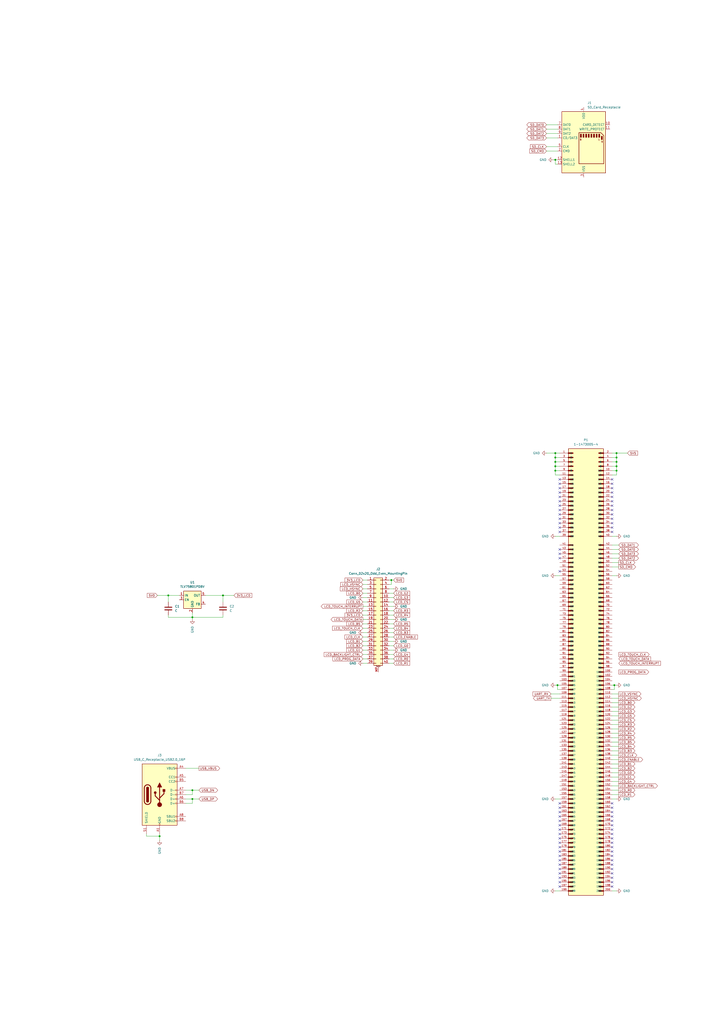
<source format=kicad_sch>
(kicad_sch (version 20250114) (generator "eeschema") (generator_version "9.0")
  (paper "A2" portrait)
  (lib_symbols
    (symbol "Connector:SD_Card_Receptacle"
      (property "Reference" "J" (at -11.938 19.304 0))
      (property "Value" "SD_Card_Receptacle" (at 10.922 -19.558 0))
      (symbol "SD_Card_Receptacle_1_1"
        (text "8" (at -1.778 1.524 0) (effects (font (size 0.9 0.9))))
        (text "1" (at 8.89 1.524 0) (effects (font (size 0.9 0.9))))
        (text "9" (at 10.668 0.254 0) (effects (font (size 0.9 0.9))))
        (pin bidirectional line (at -15.24 10.16 0) (length 2.54) (name "DAT0") (number "7"))
        (pin bidirectional line (at -15.24 7.62 0) (length 2.54) (name "DAT1") (number "8"))
        (pin bidirectional line (at -15.24 5.08 0) (length 2.54) (name "DAT2") (number "9"))
        (pin bidirectional line (at -15.24 2.54 0) (length 2.54) (name "CD/DAT3") (number "1"))
        (pin input line (at -15.24 -2.54 0) (length 2.54) (name "CLK") (number "5"))
        (pin bidirectional line (at -15.24 -5.08 0) (length 2.54) (name "CMD") (number "2"))
        (pin passive line (at -15.24 -10.16 0) (length 2.54) (name "SHELL1") (number "12"))
        (pin passive line (at -15.24 -12.7 0) (length 2.54) (name "SHELL2") (number "13"))
        (pin power_in line (at 0 20.32 270) (length 2.54) (name "VDD") (number "4"))
        (pin power_in line (at 0 -20.32 90) (length 2.54) (name "VSS") (number "3"))
        (pin passive line (at 0 -20.32 90) (length 2.54) (hide yes) (name "VSS") (number "6"))
        (pin output line (at 15.24 10.16 180) (length 2.54) (name "CARD_DETECT") (number "10"))
        (pin output line (at 15.24 7.62 180) (length 2.54) (name "WRITE_PROTECT") (number "11"))
      )
    )
    (symbol "Connector:USB_C_Receptacle_USB2.0_16P" (pin_names (offset 1.016))
      (property "Reference" "J" (at 0 22.225 0))
      (property "Value" "USB_C_Receptacle_USB2.0_16P" (at 0 19.685 0))
      (symbol "USB_C_Receptacle_USB2.0_16P_1_1"
        (pin passive line (at -7.62 -22.86 90) (length 5.08) (name "SHIELD") (number "S1"))
        (pin passive line (at 0 -22.86 90) (length 5.08) (name "GND") (number "A1"))
        (pin passive line (at 0 -22.86 90) (length 5.08) (hide yes) (name "GND") (number "A12"))
        (pin passive line (at 0 -22.86 90) (length 5.08) (hide yes) (name "GND") (number "B1"))
        (pin passive line (at 0 -22.86 90) (length 5.08) (hide yes) (name "GND") (number "B12"))
        (pin passive line (at 15.24 15.24 180) (length 5.08) (name "VBUS") (number "A4"))
        (pin passive line (at 15.24 15.24 180) (length 5.08) (hide yes) (name "VBUS") (number "A9"))
        (pin passive line (at 15.24 15.24 180) (length 5.08) (hide yes) (name "VBUS") (number "B4"))
        (pin passive line (at 15.24 15.24 180) (length 5.08) (hide yes) (name "VBUS") (number "B9"))
        (pin bidirectional line (at 15.24 10.16 180) (length 5.08) (name "CC1") (number "A5"))
        (pin bidirectional line (at 15.24 7.62 180) (length 5.08) (name "CC2") (number "B5"))
        (pin bidirectional line (at 15.24 2.54 180) (length 5.08) (name "D-") (number "A7"))
        (pin bidirectional line (at 15.24 0 180) (length 5.08) (name "D-") (number "B7"))
        (pin bidirectional line (at 15.24 -2.54 180) (length 5.08) (name "D+") (number "A6"))
        (pin bidirectional line (at 15.24 -5.08 180) (length 5.08) (name "D+") (number "B6"))
        (pin bidirectional line (at 15.24 -12.7 180) (length 5.08) (name "SBU1") (number "A8"))
        (pin bidirectional line (at 15.24 -15.24 180) (length 5.08) (name "SBU2") (number "B8"))
      )
    )
    (symbol "Connector_Generic_MountingPin:Conn_02x20_Odd_Even_MountingPin" (pin_names (offset 1.016) (hide yes))
      (property "Reference" "J" (at 1.27 25.4 0))
      (property "Value" "Conn_02x20_Odd_Even_MountingPin" (at 2.54 -27.94 0))
      (symbol "Conn_02x20_Odd_Even_MountingPin_1_1"
        (text "Mounting" (at 1.27 -27.051 0) (effects (font (size 0.381 0.381))))
        (pin passive line (at -5.08 22.86 0) (length 3.81) (name "Pin_1") (number "1"))
        (pin passive line (at -5.08 20.32 0) (length 3.81) (name "Pin_3") (number "3"))
        (pin passive line (at -5.08 17.78 0) (length 3.81) (name "Pin_5") (number "5"))
        (pin passive line (at -5.08 15.24 0) (length 3.81) (name "Pin_7") (number "7"))
        (pin passive line (at -5.08 12.7 0) (length 3.81) (name "Pin_9") (number "9"))
        (pin passive line (at -5.08 10.16 0) (length 3.81) (name "Pin_11") (number "11"))
        (pin passive line (at -5.08 7.62 0) (length 3.81) (name "Pin_13") (number "13"))
        (pin passive line (at -5.08 5.08 0) (length 3.81) (name "Pin_15") (number "15"))
        (pin passive line (at -5.08 2.54 0) (length 3.81) (name "Pin_17") (number "17"))
        (pin passive line (at -5.08 0 0) (length 3.81) (name "Pin_19") (number "19"))
        (pin passive line (at -5.08 -2.54 0) (length 3.81) (name "Pin_21") (number "21"))
        (pin passive line (at -5.08 -5.08 0) (length 3.81) (name "Pin_23") (number "23"))
        (pin passive line (at -5.08 -7.62 0) (length 3.81) (name "Pin_25") (number "25"))
        (pin passive line (at -5.08 -10.16 0) (length 3.81) (name "Pin_27") (number "27"))
        (pin passive line (at -5.08 -12.7 0) (length 3.81) (name "Pin_29") (number "29"))
        (pin passive line (at -5.08 -15.24 0) (length 3.81) (name "Pin_31") (number "31"))
        (pin passive line (at -5.08 -17.78 0) (length 3.81) (name "Pin_33") (number "33"))
        (pin passive line (at -5.08 -20.32 0) (length 3.81) (name "Pin_35") (number "35"))
        (pin passive line (at -5.08 -22.86 0) (length 3.81) (name "Pin_37") (number "37"))
        (pin passive line (at -5.08 -25.4 0) (length 3.81) (name "Pin_39") (number "39"))
        (pin passive line (at 1.27 -30.48 90) (length 3.048) (name "MountPin") (number "MP"))
        (pin passive line (at 7.62 22.86 180) (length 3.81) (name "Pin_2") (number "2"))
        (pin passive line (at 7.62 20.32 180) (length 3.81) (name "Pin_4") (number "4"))
        (pin passive line (at 7.62 17.78 180) (length 3.81) (name "Pin_6") (number "6"))
        (pin passive line (at 7.62 15.24 180) (length 3.81) (name "Pin_8") (number "8"))
        (pin passive line (at 7.62 12.7 180) (length 3.81) (name "Pin_10") (number "10"))
        (pin passive line (at 7.62 10.16 180) (length 3.81) (name "Pin_12") (number "12"))
        (pin passive line (at 7.62 7.62 180) (length 3.81) (name "Pin_14") (number "14"))
        (pin passive line (at 7.62 5.08 180) (length 3.81) (name "Pin_16") (number "16"))
        (pin passive line (at 7.62 2.54 180) (length 3.81) (name "Pin_18") (number "18"))
        (pin passive line (at 7.62 0 180) (length 3.81) (name "Pin_20") (number "20"))
        (pin passive line (at 7.62 -2.54 180) (length 3.81) (name "Pin_22") (number "22"))
        (pin passive line (at 7.62 -5.08 180) (length 3.81) (name "Pin_24") (number "24"))
        (pin passive line (at 7.62 -7.62 180) (length 3.81) (name "Pin_26") (number "26"))
        (pin passive line (at 7.62 -10.16 180) (length 3.81) (name "Pin_28") (number "28"))
        (pin passive line (at 7.62 -12.7 180) (length 3.81) (name "Pin_30") (number "30"))
        (pin passive line (at 7.62 -15.24 180) (length 3.81) (name "Pin_32") (number "32"))
        (pin passive line (at 7.62 -17.78 180) (length 3.81) (name "Pin_34") (number "34"))
        (pin passive line (at 7.62 -20.32 180) (length 3.81) (name "Pin_36") (number "36"))
        (pin passive line (at 7.62 -22.86 180) (length 3.81) (name "Pin_38") (number "38"))
        (pin passive line (at 7.62 -25.4 180) (length 3.81) (name "Pin_40") (number "40"))
      )
    )
    (symbol "Device:C" (pin_numbers (hide yes)) (pin_names (offset 0.254))
      (property "Reference" "C" (at 0.635 2.54 0))
      (property "Value" "C" (at 0.635 -2.54 0))
      (symbol "C_1_1"
        (pin passive line (at 0 3.81 270) (length 2.794) (name "~") (number "1"))
        (pin passive line (at 0 -3.81 90) (length 2.794) (name "~") (number "2"))
      )
    )
    (symbol "Regulator_Linear:TLV75801PDBV"
      (property "Reference" "U" (at -3.81 6.35 0))
      (property "Value" "TLV75801PDBV" (at 0 6.35 0))
      (symbol "TLV75801PDBV_1_1"
        (pin power_in line (at -7.62 2.54 0) (length 2.54) (name "IN") (number "1"))
        (pin input line (at -7.62 0 0) (length 2.54) (name "EN") (number "3"))
        (pin power_in line (at 0 -7.62 90) (length 2.54) (name "GND") (number "2"))
        (pin power_out line (at 7.62 2.54 180) (length 2.54) (name "OUT") (number "5"))
        (pin input line (at 7.62 -2.54 180) (length 2.54) (name "FB") (number "4"))
      )
    )
    (symbol "SODIMM:1-1473005-4" (pin_names (offset 1.016))
      (property "Reference" "P" (at -10.1623 129.569 0))
      (property "Value" "1-1473005-4" (at -10.1732 -132.252 0))
      (symbol "1-1473005-4_0_0"
        (pin passive line (at -15.24 127 0) (length 5.08) (name "1") (number "1"))
        (pin passive line (at -15.24 124.46 0) (length 5.08) (name "3") (number "3"))
        (pin passive line (at -15.24 121.92 0) (length 5.08) (name "5") (number "5"))
        (pin passive line (at -15.24 119.38 0) (length 5.08) (name "7") (number "7"))
        (pin passive line (at -15.24 116.84 0) (length 5.08) (name "9") (number "9"))
        (pin passive line (at -15.24 114.3 0) (length 5.08) (name "11") (number "11"))
        (pin passive line (at -15.24 111.76 0) (length 5.08) (name "13") (number "13"))
        (pin passive line (at -15.24 109.22 0) (length 5.08) (name "15") (number "15"))
        (pin passive line (at -15.24 106.68 0) (length 5.08) (name "17") (number "17"))
        (pin passive line (at -15.24 104.14 0) (length 5.08) (name "19") (number "19"))
        (pin passive line (at -15.24 101.6 0) (length 5.08) (name "21") (number "21"))
        (pin passive line (at -15.24 99.06 0) (length 5.08) (name "23") (number "23"))
        (pin passive line (at -15.24 96.52 0) (length 5.08) (name "25") (number "25"))
        (pin passive line (at -15.24 93.98 0) (length 5.08) (name "27") (number "27"))
        (pin passive line (at -15.24 91.44 0) (length 5.08) (name "29") (number "29"))
        (pin passive line (at -15.24 88.9 0) (length 5.08) (name "31") (number "31"))
        (pin passive line (at -15.24 86.36 0) (length 5.08) (name "33") (number "33"))
        (pin passive line (at -15.24 83.82 0) (length 5.08) (name "35") (number "35"))
        (pin passive line (at -15.24 81.28 0) (length 5.08) (name "37") (number "37"))
        (pin passive line (at -15.24 78.74 0) (length 5.08) (name "39") (number "39"))
        (pin passive line (at -15.24 73.66 0) (length 5.08) (name "41") (number "41"))
        (pin passive line (at -15.24 71.12 0) (length 5.08) (name "43") (number "43"))
        (pin passive line (at -15.24 68.58 0) (length 5.08) (name "45") (number "45"))
        (pin passive line (at -15.24 66.04 0) (length 5.08) (name "47") (number "47"))
        (pin passive line (at -15.24 63.5 0) (length 5.08) (name "49") (number "49"))
        (pin passive line (at -15.24 60.96 0) (length 5.08) (name "51") (number "51"))
        (pin passive line (at -15.24 58.42 0) (length 5.08) (name "53") (number "53"))
        (pin passive line (at -15.24 55.88 0) (length 5.08) (name "55") (number "55"))
        (pin passive line (at -15.24 53.34 0) (length 5.08) (name "57") (number "57"))
        (pin passive line (at -15.24 50.8 0) (length 5.08) (name "59") (number "59"))
        (pin passive line (at -15.24 48.26 0) (length 5.08) (name "61") (number "61"))
        (pin passive line (at -15.24 45.72 0) (length 5.08) (name "63") (number "63"))
        (pin passive line (at -15.24 43.18 0) (length 5.08) (name "65") (number "65"))
        (pin passive line (at -15.24 40.64 0) (length 5.08) (name "67") (number "67"))
        (pin passive line (at -15.24 38.1 0) (length 5.08) (name "69") (number "69"))
        (pin passive line (at -15.24 35.56 0) (length 5.08) (name "71") (number "71"))
        (pin passive line (at -15.24 33.02 0) (length 5.08) (name "73") (number "73"))
        (pin passive line (at -15.24 30.48 0) (length 5.08) (name "75") (number "75"))
        (pin passive line (at -15.24 27.94 0) (length 5.08) (name "77") (number "77"))
        (pin passive line (at -15.24 25.4 0) (length 5.08) (name "79") (number "79"))
        (pin passive line (at -15.24 22.86 0) (length 5.08) (name "81") (number "81"))
        (pin passive line (at -15.24 20.32 0) (length 5.08) (name "83") (number "83"))
        (pin passive line (at -15.24 17.78 0) (length 5.08) (name "85") (number "85"))
        (pin passive line (at -15.24 15.24 0) (length 5.08) (name "87") (number "87"))
        (pin passive line (at -15.24 12.7 0) (length 5.08) (name "89") (number "89"))
        (pin passive line (at -15.24 10.16 0) (length 5.08) (name "91") (number "91"))
        (pin passive line (at -15.24 7.62 0) (length 5.08) (name "93") (number "93"))
        (pin passive line (at -15.24 5.08 0) (length 5.08) (name "95") (number "95"))
        (pin passive line (at -15.24 2.54 0) (length 5.08) (name "97") (number "97"))
        (pin passive line (at -15.24 0 0) (length 5.08) (name "99") (number "99"))
        (pin passive line (at -15.24 -2.54 0) (length 5.08) (name "101") (number "101"))
        (pin passive line (at -15.24 -5.08 0) (length 5.08) (name "103") (number "103"))
        (pin passive line (at -15.24 -7.62 0) (length 5.08) (name "105") (number "105"))
        (pin passive line (at -15.24 -10.16 0) (length 5.08) (name "107") (number "107"))
        (pin passive line (at -15.24 -12.7 0) (length 5.08) (name "109") (number "109"))
        (pin passive line (at -15.24 -15.24 0) (length 5.08) (name "111") (number "111"))
        (pin passive line (at -15.24 -17.78 0) (length 5.08) (name "113") (number "113"))
        (pin passive line (at -15.24 -20.32 0) (length 5.08) (name "115") (number "115"))
        (pin passive line (at -15.24 -22.86 0) (length 5.08) (name "117") (number "117"))
        (pin passive line (at -15.24 -25.4 0) (length 5.08) (name "119") (number "119"))
        (pin passive line (at -15.24 -27.94 0) (length 5.08) (name "121") (number "121"))
        (pin passive line (at -15.24 -30.48 0) (length 5.08) (name "123") (number "123"))
        (pin passive line (at -15.24 -33.02 0) (length 5.08) (name "125") (number "125"))
        (pin passive line (at -15.24 -35.56 0) (length 5.08) (name "127") (number "127"))
        (pin passive line (at -15.24 -38.1 0) (length 5.08) (name "129") (number "129"))
        (pin passive line (at -15.24 -40.64 0) (length 5.08) (name "131") (number "131"))
        (pin passive line (at -15.24 -43.18 0) (length 5.08) (name "133") (number "133"))
        (pin passive line (at -15.24 -45.72 0) (length 5.08) (name "135") (number "135"))
        (pin passive line (at -15.24 -48.26 0) (length 5.08) (name "137") (number "137"))
        (pin passive line (at -15.24 -50.8 0) (length 5.08) (name "139") (number "139"))
        (pin passive line (at -15.24 -53.34 0) (length 5.08) (name "141") (number "141"))
        (pin passive line (at -15.24 -55.88 0) (length 5.08) (name "143") (number "143"))
        (pin passive line (at -15.24 -58.42 0) (length 5.08) (name "145") (number "145"))
        (pin passive line (at -15.24 -60.96 0) (length 5.08) (name "147") (number "147"))
        (pin passive line (at -15.24 -63.5 0) (length 5.08) (name "149") (number "149"))
        (pin passive line (at -15.24 -66.04 0) (length 5.08) (name "151") (number "151"))
        (pin passive line (at -15.24 -68.58 0) (length 5.08) (name "153") (number "153"))
        (pin passive line (at -15.24 -71.12 0) (length 5.08) (name "155") (number "155"))
        (pin passive line (at -15.24 -73.66 0) (length 5.08) (name "157") (number "157"))
        (pin passive line (at -15.24 -76.2 0) (length 5.08) (name "159") (number "159"))
        (pin passive line (at -15.24 -78.74 0) (length 5.08) (name "161") (number "161"))
        (pin passive line (at -15.24 -81.28 0) (length 5.08) (name "163") (number "163"))
        (pin passive line (at -15.24 -83.82 0) (length 5.08) (name "165") (number "165"))
        (pin passive line (at -15.24 -86.36 0) (length 5.08) (name "167") (number "167"))
        (pin passive line (at -15.24 -88.9 0) (length 5.08) (name "169") (number "169"))
        (pin passive line (at -15.24 -91.44 0) (length 5.08) (name "171") (number "171"))
        (pin passive line (at -15.24 -93.98 0) (length 5.08) (name "173") (number "173"))
        (pin passive line (at -15.24 -96.52 0) (length 5.08) (name "175") (number "175"))
        (pin passive line (at -15.24 -99.06 0) (length 5.08) (name "177") (number "177"))
        (pin passive line (at -15.24 -101.6 0) (length 5.08) (name "179") (number "179"))
        (pin passive line (at -15.24 -104.14 0) (length 5.08) (name "181") (number "181"))
        (pin passive line (at -15.24 -106.68 0) (length 5.08) (name "183") (number "183"))
        (pin passive line (at -15.24 -109.22 0) (length 5.08) (name "185") (number "185"))
        (pin passive line (at -15.24 -111.76 0) (length 5.08) (name "187") (number "187"))
        (pin passive line (at -15.24 -114.3 0) (length 5.08) (name "189") (number "189"))
        (pin passive line (at -15.24 -116.84 0) (length 5.08) (name "191") (number "191"))
        (pin passive line (at -15.24 -119.38 0) (length 5.08) (name "193") (number "193"))
        (pin passive line (at -15.24 -121.92 0) (length 5.08) (name "195") (number "195"))
        (pin passive line (at -15.24 -124.46 0) (length 5.08) (name "197") (number "197"))
        (pin passive line (at -15.24 -127 0) (length 5.08) (name "199") (number "199"))
        (pin passive line (at 15.24 127 180) (length 5.08) (name "2") (number "2"))
        (pin passive line (at 15.24 124.46 180) (length 5.08) (name "4") (number "4"))
        (pin passive line (at 15.24 121.92 180) (length 5.08) (name "6") (number "6"))
        (pin passive line (at 15.24 119.38 180) (length 5.08) (name "8") (number "8"))
        (pin passive line (at 15.24 116.84 180) (length 5.08) (name "10") (number "10"))
        (pin passive line (at 15.24 114.3 180) (length 5.08) (name "12") (number "12"))
        (pin passive line (at 15.24 111.76 180) (length 5.08) (name "14") (number "14"))
        (pin passive line (at 15.24 109.22 180) (length 5.08) (name "16") (number "16"))
        (pin passive line (at 15.24 106.68 180) (length 5.08) (name "18") (number "18"))
        (pin passive line (at 15.24 104.14 180) (length 5.08) (name "20") (number "20"))
        (pin passive line (at 15.24 101.6 180) (length 5.08) (name "22") (number "22"))
        (pin passive line (at 15.24 99.06 180) (length 5.08) (name "24") (number "24"))
        (pin passive line (at 15.24 96.52 180) (length 5.08) (name "26") (number "26"))
        (pin passive line (at 15.24 93.98 180) (length 5.08) (name "28") (number "28"))
        (pin passive line (at 15.24 91.44 180) (length 5.08) (name "30") (number "30"))
        (pin passive line (at 15.24 88.9 180) (length 5.08) (name "32") (number "32"))
        (pin passive line (at 15.24 86.36 180) (length 5.08) (name "34") (number "34"))
        (pin passive line (at 15.24 83.82 180) (length 5.08) (name "36") (number "36"))
        (pin passive line (at 15.24 81.28 180) (length 5.08) (name "38") (number "38"))
        (pin passive line (at 15.24 78.74 180) (length 5.08) (name "40") (number "40"))
        (pin passive line (at 15.24 73.66 180) (length 5.08) (name "42") (number "42"))
        (pin passive line (at 15.24 71.12 180) (length 5.08) (name "44") (number "44"))
        (pin passive line (at 15.24 68.58 180) (length 5.08) (name "46") (number "46"))
        (pin passive line (at 15.24 66.04 180) (length 5.08) (name "48") (number "48"))
        (pin passive line (at 15.24 63.5 180) (length 5.08) (name "50") (number "50"))
        (pin passive line (at 15.24 60.96 180) (length 5.08) (name "52") (number "52"))
        (pin passive line (at 15.24 58.42 180) (length 5.08) (name "54") (number "54"))
        (pin passive line (at 15.24 55.88 180) (length 5.08) (name "56") (number "56"))
        (pin passive line (at 15.24 53.34 180) (length 5.08) (name "58") (number "58"))
        (pin passive line (at 15.24 50.8 180) (length 5.08) (name "60") (number "60"))
        (pin passive line (at 15.24 48.26 180) (length 5.08) (name "62") (number "62"))
        (pin passive line (at 15.24 45.72 180) (length 5.08) (name "64") (number "64"))
        (pin passive line (at 15.24 43.18 180) (length 5.08) (name "66") (number "66"))
        (pin passive line (at 15.24 40.64 180) (length 5.08) (name "68") (number "68"))
        (pin passive line (at 15.24 38.1 180) (length 5.08) (name "70") (number "70"))
        (pin passive line (at 15.24 35.56 180) (length 5.08) (name "72") (number "72"))
        (pin passive line (at 15.24 33.02 180) (length 5.08) (name "74") (number "74"))
        (pin passive line (at 15.24 30.48 180) (length 5.08) (name "76") (number "76"))
        (pin passive line (at 15.24 27.94 180) (length 5.08) (name "78") (number "78"))
        (pin passive line (at 15.24 25.4 180) (length 5.08) (name "80") (number "80"))
        (pin passive line (at 15.24 22.86 180) (length 5.08) (name "82") (number "82"))
        (pin passive line (at 15.24 20.32 180) (length 5.08) (name "84") (number "84"))
        (pin passive line (at 15.24 17.78 180) (length 5.08) (name "86") (number "86"))
        (pin passive line (at 15.24 15.24 180) (length 5.08) (name "88") (number "88"))
        (pin passive line (at 15.24 12.7 180) (length 5.08) (name "90") (number "90"))
        (pin passive line (at 15.24 10.16 180) (length 5.08) (name "92") (number "92"))
        (pin passive line (at 15.24 7.62 180) (length 5.08) (name "94") (number "94"))
        (pin passive line (at 15.24 5.08 180) (length 5.08) (name "96") (number "96"))
        (pin passive line (at 15.24 2.54 180) (length 5.08) (name "98") (number "98"))
        (pin passive line (at 15.24 0 180) (length 5.08) (name "100") (number "100"))
        (pin passive line (at 15.24 -2.54 180) (length 5.08) (name "102") (number "102"))
        (pin passive line (at 15.24 -5.08 180) (length 5.08) (name "104") (number "104"))
        (pin passive line (at 15.24 -7.62 180) (length 5.08) (name "106") (number "106"))
        (pin passive line (at 15.24 -10.16 180) (length 5.08) (name "108") (number "108"))
        (pin passive line (at 15.24 -12.7 180) (length 5.08) (name "110") (number "110"))
        (pin passive line (at 15.24 -15.24 180) (length 5.08) (name "112") (number "112"))
        (pin passive line (at 15.24 -17.78 180) (length 5.08) (name "114") (number "114"))
        (pin passive line (at 15.24 -20.32 180) (length 5.08) (name "116") (number "116"))
        (pin passive line (at 15.24 -22.86 180) (length 5.08) (name "118") (number "118"))
        (pin passive line (at 15.24 -25.4 180) (length 5.08) (name "120") (number "120"))
        (pin passive line (at 15.24 -27.94 180) (length 5.08) (name "122") (number "122"))
        (pin passive line (at 15.24 -30.48 180) (length 5.08) (name "124") (number "124"))
        (pin passive line (at 15.24 -33.02 180) (length 5.08) (name "126") (number "126"))
        (pin passive line (at 15.24 -35.56 180) (length 5.08) (name "128") (number "128"))
        (pin passive line (at 15.24 -38.1 180) (length 5.08) (name "130") (number "130"))
        (pin passive line (at 15.24 -40.64 180) (length 5.08) (name "132") (number "132"))
        (pin passive line (at 15.24 -43.18 180) (length 5.08) (name "134") (number "134"))
        (pin passive line (at 15.24 -45.72 180) (length 5.08) (name "136") (number "136"))
        (pin passive line (at 15.24 -48.26 180) (length 5.08) (name "138") (number "138"))
        (pin passive line (at 15.24 -50.8 180) (length 5.08) (name "140") (number "140"))
        (pin passive line (at 15.24 -53.34 180) (length 5.08) (name "142") (number "142"))
        (pin passive line (at 15.24 -55.88 180) (length 5.08) (name "144") (number "144"))
        (pin passive line (at 15.24 -58.42 180) (length 5.08) (name "146") (number "146"))
        (pin passive line (at 15.24 -60.96 180) (length 5.08) (name "148") (number "148"))
        (pin passive line (at 15.24 -63.5 180) (length 5.08) (name "150") (number "150"))
        (pin passive line (at 15.24 -66.04 180) (length 5.08) (name "152") (number "152"))
        (pin passive line (at 15.24 -68.58 180) (length 5.08) (name "154") (number "154"))
        (pin passive line (at 15.24 -71.12 180) (length 5.08) (name "156") (number "156"))
        (pin passive line (at 15.24 -73.66 180) (length 5.08) (name "158") (number "158"))
        (pin passive line (at 15.24 -76.2 180) (length 5.08) (name "160") (number "160"))
        (pin passive line (at 15.24 -78.74 180) (length 5.08) (name "162") (number "162"))
        (pin passive line (at 15.24 -81.28 180) (length 5.08) (name "164") (number "164"))
        (pin passive line (at 15.24 -83.82 180) (length 5.08) (name "166") (number "166"))
        (pin passive line (at 15.24 -86.36 180) (length 5.08) (name "168") (number "168"))
        (pin passive line (at 15.24 -88.9 180) (length 5.08) (name "170") (number "170"))
        (pin passive line (at 15.24 -91.44 180) (length 5.08) (name "172") (number "172"))
        (pin passive line (at 15.24 -93.98 180) (length 5.08) (name "174") (number "174"))
        (pin passive line (at 15.24 -96.52 180) (length 5.08) (name "176") (number "176"))
        (pin passive line (at 15.24 -99.06 180) (length 5.08) (name "178") (number "178"))
        (pin passive line (at 15.24 -101.6 180) (length 5.08) (name "180") (number "180"))
        (pin passive line (at 15.24 -104.14 180) (length 5.08) (name "182") (number "182"))
        (pin passive line (at 15.24 -106.68 180) (length 5.08) (name "184") (number "184"))
        (pin passive line (at 15.24 -109.22 180) (length 5.08) (name "186") (number "186"))
        (pin passive line (at 15.24 -111.76 180) (length 5.08) (name "188") (number "188"))
        (pin passive line (at 15.24 -114.3 180) (length 5.08) (name "190") (number "190"))
        (pin passive line (at 15.24 -116.84 180) (length 5.08) (name "192") (number "192"))
        (pin passive line (at 15.24 -119.38 180) (length 5.08) (name "194") (number "194"))
        (pin passive line (at 15.24 -121.92 180) (length 5.08) (name "196") (number "196"))
        (pin passive line (at 15.24 -124.46 180) (length 5.08) (name "198") (number "198"))
        (pin passive line (at 15.24 -127 180) (length 5.08) (name "200") (number "200"))
      )
    )
    (symbol "power:GND" (power) (pin_numbers (hide yes)) (pin_names (offset 0) (hide yes))
      (property "Value" "GND" (at 0 -3.81 0))
      (symbol "GND_1_1"
        (pin power_in line (at 0 0 270) (length 0) (name "~") (number "1"))
      )
    )
  )
  (junction (at 358.14 262.89))
  (junction (at 322.58 262.89))
  (junction (at 92.71 485.14))
  (junction (at 227.33 336.55))
  (junction (at 111.76 463.55))
  (junction (at 358.14 273.05))
  (junction (at 111.76 358.14))
  (junction (at 358.14 267.97))
  (junction (at 358.14 265.43))
  (junction (at 356.87 397.51))
  (junction (at 322.58 267.97))
  (junction (at 322.58 92.71))
  (junction (at 129.54 345.44))
  (junction (at 97.79 345.44))
  (junction (at 111.76 458.47))
  (junction (at 322.58 273.05))
  (junction (at 322.58 270.51))
  (junction (at 358.14 270.51))
  (junction (at 322.58 265.43))
  (junction (at 323.85 397.51))
  (no_connect (at 355.6 476.25))
  (no_connect (at 355.6 499.11))
  (no_connect (at 325.12 504.19))
  (no_connect (at 355.6 509.27))
  (no_connect (at 325.12 506.73))
  (no_connect (at 355.6 511.81))
  (no_connect (at 325.12 288.29))
  (no_connect (at 355.6 298.45))
  (no_connect (at 325.12 331.47))
  (no_connect (at 325.12 509.27))
  (no_connect (at 325.12 514.35))
  (no_connect (at 325.12 290.83))
  (no_connect (at 355.6 504.19))
  (no_connect (at 355.6 290.83))
  (no_connect (at 325.12 295.91))
  (no_connect (at 325.12 501.65))
  (no_connect (at 355.6 473.71))
  (no_connect (at 355.6 481.33))
  (no_connect (at 355.6 471.17))
  (no_connect (at 325.12 466.09))
  (no_connect (at 325.12 494.03))
  (no_connect (at 355.6 283.21))
  (no_connect (at 355.6 288.29))
  (no_connect (at 325.12 285.75))
  (no_connect (at 325.12 293.37))
  (no_connect (at 325.12 511.81))
  (no_connect (at 355.6 486.41))
  (no_connect (at 355.6 514.35))
  (no_connect (at 325.12 298.45))
  (no_connect (at 325.12 476.25))
  (no_connect (at 355.6 306.07))
  (no_connect (at 325.12 483.87))
  (no_connect (at 325.12 308.61))
  (no_connect (at 325.12 499.11))
  (no_connect (at 325.12 468.63))
  (no_connect (at 325.12 486.41))
  (no_connect (at 355.6 308.61))
  (no_connect (at 355.6 303.53))
  (no_connect (at 325.12 491.49))
  (no_connect (at 325.12 283.21))
  (no_connect (at 325.12 278.13))
  (no_connect (at 325.12 306.07))
  (no_connect (at 355.6 483.87))
  (no_connect (at 325.12 318.77))
  (no_connect (at 325.12 496.57))
  (no_connect (at 355.6 285.75))
  (no_connect (at 325.12 488.95))
  (no_connect (at 355.6 488.95))
  (no_connect (at 355.6 468.63))
  (no_connect (at 325.12 321.31))
  (no_connect (at 325.12 303.53))
  (no_connect (at 355.6 506.73))
  (no_connect (at 355.6 501.65))
  (no_connect (at 355.6 295.91))
  (no_connect (at 325.12 471.17))
  (no_connect (at 355.6 496.57))
  (no_connect (at 355.6 278.13))
  (no_connect (at 325.12 481.33))
  (no_connect (at 325.12 473.71))
  (no_connect (at 325.12 300.99))
  (no_connect (at 325.12 323.85))
  (no_connect (at 355.6 280.67))
  (no_connect (at 355.6 300.99))
  (no_connect (at 355.6 491.49))
  (no_connect (at 355.6 494.03))
  (no_connect (at 355.6 478.79))
  (no_connect (at 355.6 293.37))
  (no_connect (at 355.6 466.09))
  (no_connect (at 325.12 280.67))
  (no_connect (at 325.12 478.79))
  (wire (pts (xy 107.95 463.55) (xy 111.76 463.55)))
  (wire (pts (xy 317.5 74.93) (xy 323.85 74.93)))
  (wire (pts (xy 210.82 344.17) (xy 213.36 344.17)))
  (wire (pts (xy 358.14 275.59) (xy 358.14 273.05)))
  (wire (pts (xy 355.6 402.59) (xy 359.41 402.59)))
  (wire (pts (xy 355.6 405.13) (xy 359.41 405.13)))
  (wire (pts (xy 210.82 374.65) (xy 213.36 374.65)))
  (wire (pts (xy 226.06 379.73) (xy 228.6 379.73)))
  (wire (pts (xy 355.6 326.39) (xy 359.41 326.39)))
  (wire (pts (xy 355.6 323.85) (xy 359.41 323.85)))
  (wire (pts (xy 322.58 265.43) (xy 322.58 262.89)))
  (wire (pts (xy 111.76 458.47) (xy 115.57 458.47)))
  (wire (pts (xy 210.82 364.49) (xy 213.36 364.49)))
  (wire (pts (xy 355.6 270.51) (xy 358.14 270.51)))
  (wire (pts (xy 85.09 483.87) (xy 85.09 485.14)))
  (wire (pts (xy 322.58 267.97) (xy 322.58 265.43)))
  (wire (pts (xy 325.12 400.05) (xy 323.85 400.05)))
  (wire (pts (xy 323.85 397.51) (xy 322.58 397.51)))
  (wire (pts (xy 358.14 273.05) (xy 358.14 270.51)))
  (wire (pts (xy 210.82 372.11) (xy 213.36 372.11)))
  (wire (pts (xy 322.58 273.05) (xy 322.58 270.51)))
  (wire (pts (xy 226.06 364.49) (xy 228.6 364.49)))
  (wire (pts (xy 226.06 356.87) (xy 228.6 356.87)))
  (wire (pts (xy 322.58 516.89) (xy 325.12 516.89)))
  (wire (pts (xy 358.14 267.97) (xy 358.14 265.43)))
  (wire (pts (xy 355.6 461.01) (xy 359.41 461.01)))
  (wire (pts (xy 210.82 339.09) (xy 213.36 339.09)))
  (wire (pts (xy 355.6 397.51) (xy 356.87 397.51)))
  (wire (pts (xy 210.82 349.25) (xy 213.36 349.25)))
  (wire (pts (xy 317.5 85.09) (xy 323.85 85.09)))
  (wire (pts (xy 210.82 367.03) (xy 213.36 367.03)))
  (wire (pts (xy 129.54 356.87) (xy 129.54 358.14)))
  (wire (pts (xy 355.6 420.37) (xy 359.41 420.37)))
  (wire (pts (xy 355.6 412.75) (xy 359.41 412.75)))
  (wire (pts (xy 107.95 458.47) (xy 111.76 458.47)))
  (wire (pts (xy 355.6 438.15) (xy 359.41 438.15)))
  (wire (pts (xy 210.82 356.87) (xy 213.36 356.87)))
  (wire (pts (xy 210.82 336.55) (xy 213.36 336.55)))
  (wire (pts (xy 322.58 95.25) (xy 322.58 92.71)))
  (wire (pts (xy 355.6 516.89) (xy 358.14 516.89)))
  (wire (pts (xy 323.85 397.51) (xy 325.12 397.51)))
  (wire (pts (xy 355.6 415.29) (xy 359.41 415.29)))
  (wire (pts (xy 210.82 341.63) (xy 213.36 341.63)))
  (wire (pts (xy 210.82 361.95) (xy 213.36 361.95)))
  (wire (pts (xy 92.71 485.14) (xy 92.71 487.68)))
  (wire (pts (xy 355.6 311.15) (xy 358.14 311.15)))
  (wire (pts (xy 322.58 265.43) (xy 325.12 265.43)))
  (wire (pts (xy 226.06 344.17) (xy 228.6 344.17)))
  (wire (pts (xy 111.76 358.14) (xy 129.54 358.14)))
  (wire (pts (xy 97.79 358.14) (xy 111.76 358.14)))
  (wire (pts (xy 111.76 461.01) (xy 111.76 458.47)))
  (wire (pts (xy 355.6 430.53) (xy 359.41 430.53)))
  (wire (pts (xy 322.58 92.71) (xy 323.85 92.71)))
  (wire (pts (xy 322.58 270.51) (xy 322.58 267.97)))
  (wire (pts (xy 355.6 458.47) (xy 359.41 458.47)))
  (wire (pts (xy 355.6 400.05) (xy 356.87 400.05)))
  (wire (pts (xy 107.95 466.09) (xy 111.76 466.09)))
  (wire (pts (xy 226.06 369.57) (xy 228.6 369.57)))
  (wire (pts (xy 323.85 95.25) (xy 322.58 95.25)))
  (wire (pts (xy 210.82 351.79) (xy 213.36 351.79)))
  (wire (pts (xy 227.33 339.09) (xy 227.33 336.55)))
  (wire (pts (xy 355.6 427.99) (xy 359.41 427.99)))
  (wire (pts (xy 210.82 379.73) (xy 213.36 379.73)))
  (wire (pts (xy 355.6 265.43) (xy 358.14 265.43)))
  (wire (pts (xy 355.6 275.59) (xy 358.14 275.59)))
  (wire (pts (xy 322.58 334.01) (xy 325.12 334.01)))
  (wire (pts (xy 356.87 400.05) (xy 356.87 397.51)))
  (wire (pts (xy 226.06 359.41) (xy 228.6 359.41)))
  (wire (pts (xy 356.87 397.51) (xy 358.14 397.51)))
  (wire (pts (xy 322.58 463.55) (xy 325.12 463.55)))
  (wire (pts (xy 355.6 435.61) (xy 359.41 435.61)))
  (wire (pts (xy 355.6 410.21) (xy 359.41 410.21)))
  (wire (pts (xy 226.06 384.81) (xy 228.6 384.81)))
  (wire (pts (xy 226.06 382.27) (xy 228.6 382.27)))
  (wire (pts (xy 355.6 262.89) (xy 358.14 262.89)))
  (wire (pts (xy 210.82 359.41) (xy 213.36 359.41)))
  (wire (pts (xy 91.44 345.44) (xy 97.79 345.44)))
  (wire (pts (xy 226.06 367.03) (xy 228.6 367.03)))
  (wire (pts (xy 226.06 346.71) (xy 228.6 346.71)))
  (wire (pts (xy 97.79 345.44) (xy 97.79 349.25)))
  (wire (pts (xy 322.58 262.89) (xy 325.12 262.89)))
  (wire (pts (xy 355.6 417.83) (xy 359.41 417.83)))
  (wire (pts (xy 358.14 262.89) (xy 364.49 262.89)))
  (wire (pts (xy 210.82 382.27) (xy 213.36 382.27)))
  (wire (pts (xy 226.06 377.19) (xy 228.6 377.19)))
  (wire (pts (xy 107.95 445.77) (xy 115.57 445.77)))
  (wire (pts (xy 227.33 336.55) (xy 228.6 336.55)))
  (wire (pts (xy 317.5 72.39) (xy 323.85 72.39)))
  (wire (pts (xy 111.76 466.09) (xy 111.76 463.55)))
  (wire (pts (xy 226.06 351.79) (xy 228.6 351.79)))
  (wire (pts (xy 322.58 311.15) (xy 325.12 311.15)))
  (wire (pts (xy 107.95 461.01) (xy 111.76 461.01)))
  (wire (pts (xy 355.6 463.55) (xy 358.14 463.55)))
  (wire (pts (xy 226.06 361.95) (xy 228.6 361.95)))
  (wire (pts (xy 97.79 345.44) (xy 104.14 345.44)))
  (wire (pts (xy 355.6 425.45) (xy 359.41 425.45)))
  (wire (pts (xy 355.6 443.23) (xy 359.41 443.23)))
  (wire (pts (xy 210.82 354.33) (xy 213.36 354.33)))
  (wire (pts (xy 355.6 455.93) (xy 359.41 455.93)))
  (wire (pts (xy 129.54 345.44) (xy 135.89 345.44)))
  (wire (pts (xy 226.06 341.63) (xy 228.6 341.63)))
  (wire (pts (xy 355.6 445.77) (xy 359.41 445.77)))
  (wire (pts (xy 322.58 270.51) (xy 325.12 270.51)))
  (wire (pts (xy 355.6 267.97) (xy 358.14 267.97)))
  (wire (pts (xy 321.31 92.71) (xy 322.58 92.71)))
  (wire (pts (xy 226.06 349.25) (xy 228.6 349.25)))
  (wire (pts (xy 325.12 275.59) (xy 322.58 275.59)))
  (wire (pts (xy 355.6 448.31) (xy 359.41 448.31)))
  (wire (pts (xy 355.6 453.39) (xy 359.41 453.39)))
  (wire (pts (xy 119.38 345.44) (xy 129.54 345.44)))
  (wire (pts (xy 317.5 77.47) (xy 323.85 77.47)))
  (wire (pts (xy 355.6 334.01) (xy 358.14 334.01)))
  (wire (pts (xy 210.82 377.19) (xy 213.36 377.19)))
  (wire (pts (xy 355.6 433.07) (xy 359.41 433.07)))
  (wire (pts (xy 210.82 384.81) (xy 213.36 384.81)))
  (wire (pts (xy 322.58 275.59) (xy 322.58 273.05)))
  (wire (pts (xy 358.14 265.43) (xy 358.14 262.89)))
  (wire (pts (xy 226.06 336.55) (xy 227.33 336.55)))
  (wire (pts (xy 355.6 450.85) (xy 359.41 450.85)))
  (wire (pts (xy 226.06 372.11) (xy 228.6 372.11)))
  (wire (pts (xy 323.85 400.05) (xy 323.85 397.51)))
  (wire (pts (xy 320.04 405.13) (xy 325.12 405.13)))
  (wire (pts (xy 355.6 328.93) (xy 359.41 328.93)))
  (wire (pts (xy 355.6 440.69) (xy 359.41 440.69)))
  (wire (pts (xy 226.06 339.09) (xy 227.33 339.09)))
  (wire (pts (xy 226.06 354.33) (xy 228.6 354.33)))
  (wire (pts (xy 355.6 321.31) (xy 359.41 321.31)))
  (wire (pts (xy 355.6 316.23) (xy 359.41 316.23)))
  (wire (pts (xy 111.76 355.6) (xy 111.76 358.14)))
  (wire (pts (xy 210.82 369.57) (xy 213.36 369.57)))
  (wire (pts (xy 97.79 356.87) (xy 97.79 358.14)))
  (wire (pts (xy 226.06 374.65) (xy 228.6 374.65)))
  (wire (pts (xy 320.04 402.59) (xy 325.12 402.59)))
  (wire (pts (xy 358.14 270.51) (xy 358.14 267.97)))
  (wire (pts (xy 355.6 318.77) (xy 359.41 318.77)))
  (wire (pts (xy 85.09 485.14) (xy 92.71 485.14)))
  (wire (pts (xy 322.58 262.89) (xy 317.5 262.89)))
  (wire (pts (xy 317.5 80.01) (xy 323.85 80.01)))
  (wire (pts (xy 322.58 267.97) (xy 325.12 267.97)))
  (wire (pts (xy 355.6 407.67) (xy 359.41 407.67)))
  (wire (pts (xy 322.58 273.05) (xy 325.12 273.05)))
  (wire (pts (xy 111.76 463.55) (xy 115.57 463.55)))
  (wire (pts (xy 355.6 422.91) (xy 359.41 422.91)))
  (wire (pts (xy 92.71 483.87) (xy 92.71 485.14)))
  (wire (pts (xy 210.82 346.71) (xy 213.36 346.71)))
  (wire (pts (xy 111.76 358.14) (xy 111.76 359.41)))
  (wire (pts (xy 355.6 273.05) (xy 358.14 273.05)))
  (wire (pts (xy 129.54 345.44) (xy 129.54 349.25)))
  (wire (pts (xy 317.5 87.63) (xy 323.85 87.63)))
  (global_label "LCD_G1" (shape output) (at 359.41 450.85 0) (property "Intersheetrefs" "${INTERSHEET_REFS}" (effects (hide yes))))
  (global_label "SD_DAT3" (shape bidirectional) (at 317.5 80.01 180) (property "Intersheetrefs" "${INTERSHEET_REFS}" (effects (hide yes))))
  (global_label "SD_CLK" (shape output) (at 359.41 326.39 0) (property "Intersheetrefs" "${INTERSHEET_REFS}" (effects (hide yes))))
  (global_label "USB_VBUS" (shape output) (at 115.57 445.77 0) (property "Intersheetrefs" "${INTERSHEET_REFS}" (effects (hide yes))))
  (global_label "LCD_R1" (shape input) (at 228.6 384.81 0) (property "Intersheetrefs" "${INTERSHEET_REFS}" (effects (hide yes))))
  (global_label "LCD_CLK" (shape input) (at 210.82 369.57 180) (property "Intersheetrefs" "${INTERSHEET_REFS}" (effects (hide yes))))
  (global_label "SD_DAT0" (shape bidirectional) (at 317.5 72.39 180) (property "Intersheetrefs" "${INTERSHEET_REFS}" (effects (hide yes))))
  (global_label "LCD_CLK" (shape output) (at 359.41 438.15 0) (property "Intersheetrefs" "${INTERSHEET_REFS}" (effects (hide yes))))
  (global_label "LCD_G4" (shape input) (at 228.6 379.73 0) (property "Intersheetrefs" "${INTERSHEET_REFS}" (effects (hide yes))))
  (global_label "LCD_BACKLIGHT_CTRL" (shape output) (at 359.41 455.93 0) (property "Intersheetrefs" "${INTERSHEET_REFS}" (effects (hide yes))))
  (global_label "LCD_R3" (shape input) (at 228.6 354.33 0) (property "Intersheetrefs" "${INTERSHEET_REFS}" (effects (hide yes))))
  (global_label "LCD_B0" (shape input) (at 210.82 344.17 180) (property "Intersheetrefs" "${INTERSHEET_REFS}" (effects (hide yes))))
  (global_label "LCD_B1" (shape output) (at 359.41 443.23 0) (property "Intersheetrefs" "${INTERSHEET_REFS}" (effects (hide yes))))
  (global_label "LCD_B4" (shape output) (at 359.41 433.07 0) (property "Intersheetrefs" "${INTERSHEET_REFS}" (effects (hide yes))))
  (global_label "LCD_G1" (shape input) (at 210.82 377.19 180) (property "Intersheetrefs" "${INTERSHEET_REFS}" (effects (hide yes))))
  (global_label "SD_DAT2" (shape bidirectional) (at 359.41 323.85 0) (property "Intersheetrefs" "${INTERSHEET_REFS}" (effects (hide yes))))
  (global_label "LCD_G3" (shape output) (at 359.41 412.75 0) (property "Intersheetrefs" "${INTERSHEET_REFS}" (effects (hide yes))))
  (global_label "3V3_LCD" (shape input) (at 135.89 345.44 0) (property "Intersheetrefs" "${INTERSHEET_REFS}" (effects (hide yes))))
  (global_label "LCD_B3" (shape input) (at 228.6 367.03 0) (property "Intersheetrefs" "${INTERSHEET_REFS}" (effects (hide yes))))
  (global_label "LCD_TOUCH_CLK" (shape input) (at 210.82 364.49 180) (property "Intersheetrefs" "${INTERSHEET_REFS}" (effects (hide yes))))
  (global_label "LCD_ENABLE" (shape output) (at 359.41 440.69 0) (property "Intersheetrefs" "${INTERSHEET_REFS}" (effects (hide yes))))
  (global_label "LCD_B5" (shape output) (at 359.41 430.53 0) (property "Intersheetrefs" "${INTERSHEET_REFS}" (effects (hide yes))))
  (global_label "LCD_VSYNC" (shape input) (at 210.82 339.09 180) (property "Intersheetrefs" "${INTERSHEET_REFS}" (effects (hide yes))))
  (global_label "SD_DAT3" (shape bidirectional) (at 359.41 321.31 0) (property "Intersheetrefs" "${INTERSHEET_REFS}" (effects (hide yes))))
  (global_label "UART_TX" (shape output) (at 320.04 405.13 180) (property "Intersheetrefs" "${INTERSHEET_REFS}" (effects (hide yes))))
  (global_label "LCD_G2" (shape input) (at 228.6 344.17 0) (property "Intersheetrefs" "${INTERSHEET_REFS}" (effects (hide yes))))
  (global_label "LCD_VSYNC" (shape output) (at 359.41 402.59 0) (property "Intersheetrefs" "${INTERSHEET_REFS}" (effects (hide yes))))
  (global_label "LCD_R0" (shape input) (at 228.6 382.27 0) (property "Intersheetrefs" "${INTERSHEET_REFS}" (effects (hide yes))))
  (global_label "LCD_B4" (shape input) (at 228.6 364.49 0) (property "Intersheetrefs" "${INTERSHEET_REFS}" (effects (hide yes))))
  (global_label "LCD_G5" (shape output) (at 359.41 415.29 0) (property "Intersheetrefs" "${INTERSHEET_REFS}" (effects (hide yes))))
  (global_label "SD_DAT1" (shape bidirectional) (at 317.5 74.93 180) (property "Intersheetrefs" "${INTERSHEET_REFS}" (effects (hide yes))))
  (global_label "LCD_B2" (shape output) (at 359.41 445.77 0) (property "Intersheetrefs" "${INTERSHEET_REFS}" (effects (hide yes))))
  (global_label "LCD_G3" (shape input) (at 228.6 346.71 0) (property "Intersheetrefs" "${INTERSHEET_REFS}" (effects (hide yes))))
  (global_label "LCD_TOUCH_INTERRUPT" (shape input) (at 359.41 384.81 0) (property "Intersheetrefs" "${INTERSHEET_REFS}" (effects (hide yes))))
  (global_label "LCD_R5" (shape input) (at 228.6 361.95 0) (property "Intersheetrefs" "${INTERSHEET_REFS}" (effects (hide yes))))
  (global_label "LCD_R2" (shape output) (at 359.41 422.91 0) (property "Intersheetrefs" "${INTERSHEET_REFS}" (effects (hide yes))))
  (global_label "SD_CMD" (shape output) (at 359.41 328.93 0) (property "Intersheetrefs" "${INTERSHEET_REFS}" (effects (hide yes))))
  (global_label "LCD_PROG_DATA" (shape input) (at 210.82 382.27 180) (property "Intersheetrefs" "${INTERSHEET_REFS}" (effects (hide yes))))
  (global_label "LCD_TOUCH_DATA" (shape input) (at 359.41 382.27 0) (property "Intersheetrefs" "${INTERSHEET_REFS}" (effects (hide yes))))
  (global_label "LCD_TOUCH_INTERRUPT" (shape output) (at 210.82 351.79 180) (property "Intersheetrefs" "${INTERSHEET_REFS}" (effects (hide yes))))
  (global_label "5V5" (shape input) (at 364.49 262.89 0) (property "Intersheetrefs" "${INTERSHEET_REFS}" (effects (hide yes))))
  (global_label "LCD_R3" (shape output) (at 359.41 420.37 0) (property "Intersheetrefs" "${INTERSHEET_REFS}" (effects (hide yes))))
  (global_label "LCD_R1" (shape output) (at 359.41 461.01 0) (property "Intersheetrefs" "${INTERSHEET_REFS}" (effects (hide yes))))
  (global_label "LCD_HSYNC" (shape output) (at 359.41 405.13 0) (property "Intersheetrefs" "${INTERSHEET_REFS}" (effects (hide yes))))
  (global_label "LCD_CS" (shape output) (at 359.41 417.83 0) (property "Intersheetrefs" "${INTERSHEET_REFS}" (effects (hide yes))))
  (global_label "LCD_B3" (shape output) (at 359.41 435.61 0) (property "Intersheetrefs" "${INTERSHEET_REFS}" (effects (hide yes))))
  (global_label "SD_DAT0" (shape bidirectional) (at 359.41 318.77 0) (property "Intersheetrefs" "${INTERSHEET_REFS}" (effects (hide yes))))
  (global_label "SD_DAT2" (shape bidirectional) (at 317.5 77.47 180) (property "Intersheetrefs" "${INTERSHEET_REFS}" (effects (hide yes))))
  (global_label "LCD_R4" (shape input) (at 228.6 356.87 0) (property "Intersheetrefs" "${INTERSHEET_REFS}" (effects (hide yes))))
  (global_label "LCD_B5" (shape input) (at 210.82 361.95 180) (property "Intersheetrefs" "${INTERSHEET_REFS}" (effects (hide yes))))
  (global_label "LCD_TOUCH_DATA" (shape output) (at 210.82 359.41 180) (property "Intersheetrefs" "${INTERSHEET_REFS}" (effects (hide yes))))
  (global_label "SD_DAT1" (shape bidirectional) (at 359.41 316.23 0) (property "Intersheetrefs" "${INTERSHEET_REFS}" (effects (hide yes))))
  (global_label "SD_CMD" (shape input) (at 317.5 87.63 180) (property "Intersheetrefs" "${INTERSHEET_REFS}" (effects (hide yes))))
  (global_label "LCD_G2" (shape output) (at 359.41 410.21 0) (property "Intersheetrefs" "${INTERSHEET_REFS}" (effects (hide yes))))
  (global_label "LCD_HSYNC" (shape input) (at 210.82 341.63 180) (property "Intersheetrefs" "${INTERSHEET_REFS}" (effects (hide yes))))
  (global_label "LCD_ENABLE" (shape input) (at 228.6 369.57 0) (property "Intersheetrefs" "${INTERSHEET_REFS}" (effects (hide yes))))
  (global_label "5V0" (shape input) (at 228.6 336.55 0) (property "Intersheetrefs" "${INTERSHEET_REFS}" (effects (hide yes))))
  (global_label "LCD_R0" (shape output) (at 359.41 458.47 0) (property "Intersheetrefs" "${INTERSHEET_REFS}" (effects (hide yes))))
  (global_label "LCD_B0" (shape output) (at 359.41 407.67 0) (property "Intersheetrefs" "${INTERSHEET_REFS}" (effects (hide yes))))
  (global_label "LCD_B2" (shape input) (at 210.82 374.65 180) (property "Intersheetrefs" "${INTERSHEET_REFS}" (effects (hide yes))))
  (global_label "LCD_CS" (shape input) (at 228.6 349.25 0) (property "Intersheetrefs" "${INTERSHEET_REFS}" (effects (hide yes))))
  (global_label "3V3_LCD" (shape input) (at 210.82 356.87 180) (property "Intersheetrefs" "${INTERSHEET_REFS}" (effects (hide yes))))
  (global_label "LCD_BACKLIGHT_CTRL" (shape input) (at 210.82 379.73 180) (property "Intersheetrefs" "${INTERSHEET_REFS}" (effects (hide yes))))
  (global_label "LCD_R2" (shape input) (at 210.82 354.33 180) (property "Intersheetrefs" "${INTERSHEET_REFS}" (effects (hide yes))))
  (global_label "LCD_G4" (shape output) (at 359.41 453.39 0) (property "Intersheetrefs" "${INTERSHEET_REFS}" (effects (hide yes))))
  (global_label "LCD_R4" (shape output) (at 359.41 425.45 0) (property "Intersheetrefs" "${INTERSHEET_REFS}" (effects (hide yes))))
  (global_label "SD_CLK" (shape input) (at 317.5 85.09 180) (property "Intersheetrefs" "${INTERSHEET_REFS}" (effects (hide yes))))
  (global_label "USB_DP" (shape bidirectional) (at 115.57 463.55 0) (property "Intersheetrefs" "${INTERSHEET_REFS}" (effects (hide yes))))
  (global_label "LCD_G0" (shape input) (at 228.6 374.65 0) (property "Intersheetrefs" "${INTERSHEET_REFS}" (effects (hide yes))))
  (global_label "LCD_R5" (shape output) (at 359.41 427.99 0) (property "Intersheetrefs" "${INTERSHEET_REFS}" (effects (hide yes))))
  (global_label "LCD_G0" (shape output) (at 359.41 448.31 0) (property "Intersheetrefs" "${INTERSHEET_REFS}" (effects (hide yes))))
  (global_label "UART_RX" (shape input) (at 320.04 402.59 180) (property "Intersheetrefs" "${INTERSHEET_REFS}" (effects (hide yes))))
  (global_label "LCD_PROG_DATA" (shape output) (at 359.41 389.89 0) (property "Intersheetrefs" "${INTERSHEET_REFS}" (effects (hide yes))))
  (global_label "LCD_TOUCH_CLK" (shape output) (at 359.41 379.73 0) (property "Intersheetrefs" "${INTERSHEET_REFS}" (effects (hide yes))))
  (global_label "LCD_B1" (shape input) (at 210.82 372.11 180) (property "Intersheetrefs" "${INTERSHEET_REFS}" (effects (hide yes))))
  (global_label "LCD_G5" (shape input) (at 210.82 349.25 180) (property "Intersheetrefs" "${INTERSHEET_REFS}" (effects (hide yes))))
  (global_label "5V0" (shape input) (at 91.44 345.44 180) (property "Intersheetrefs" "${INTERSHEET_REFS}" (effects (hide yes))))
  (global_label "3V3_LCD" (shape input) (at 210.82 336.55 180) (property "Intersheetrefs" "${INTERSHEET_REFS}" (effects (hide yes))))
  (global_label "USB_DN" (shape bidirectional) (at 115.57 458.47 0) (property "Intersheetrefs" "${INTERSHEET_REFS}" (effects (hide yes))))
  (symbol (lib_id "Connector:USB_C_Receptacle_USB2.0_16P") (at 92.71 461.01 0) (unit 1)
    (property "Reference" "J3" (at 92.71 438.15 0))
    (property "Value" "USB_C_Receptacle_USB2.0_16P" (at 92.71 440.69 0))
    (property "Footprint" "Connector_USB:USB_C_Receptacle_GCT_USB4105-xx-A_16P_TopMnt_Horizontal" (effects (hide yes)))
    (property "Datasheet" "https://www.usb.org/sites/default/files/documents/usb_type-c.zip" (effects (hide yes)))
    (property "Description" "USB 2.0-only 16P Type-C Receptacle connector" (effects (hide yes)))
  )
  (symbol (lib_id "power:GND") (at 358.14 463.55 90) (unit 1)
    (property "Reference" "#PWR07" (effects (hide yes)))
    (property "Value" "GND" (at 361.95 463.5499 90) (effects (justify right)))
    (property "Description" "Power symbol creates a global label with name \"GND\" , ground" (effects (hide yes)))
  )
  (symbol (lib_id "power:GND") (at 358.14 334.01 90) (unit 1)
    (property "Reference" "#PWR011" (effects (hide yes)))
    (property "Value" "GND" (at 361.95 334.0099 90) (effects (justify right)))
    (property "Description" "Power symbol creates a global label with name \"GND\" , ground" (effects (hide yes)))
  )
  (symbol (lib_id "power:GND") (at 322.58 397.51 270) (unit 1)
    (property "Reference" "#PWR08" (effects (hide yes)))
    (property "Value" "GND" (at 318.77 397.5101 90) (effects (justify right)))
    (property "Description" "Power symbol creates a global label with name \"GND\" , ground" (effects (hide yes)))
  )
  (symbol (lib_id "Device:C") (at 129.54 353.06 180) (unit 1)
    (property "Reference" "C2" (at 133.35 351.7899 0) (effects (justify right)))
    (property "Value" "C" (at 133.35 354.3299 0) (effects (justify right)))
    (property "Footprint" "Capacitor_SMD:C_0805_2012Metric" (effects (hide yes)))
    (property "Description" "Unpolarized capacitor" (effects (hide yes)))
  )
  (symbol (lib_id "power:GND") (at 322.58 463.55 270) (unit 1)
    (property "Reference" "#PWR06" (effects (hide yes)))
    (property "Value" "GND" (at 318.77 463.5501 90) (effects (justify right)))
    (property "Description" "Power symbol creates a global label with name \"GND\" , ground" (effects (hide yes)))
  )
  (symbol (lib_id "power:GND") (at 228.6 372.11 90) (unit 1)
    (property "Reference" "#PWR016" (effects (hide yes)))
    (property "Value" "GND" (at 232.41 372.1099 90) (effects (justify right)))
    (property "Description" "Power symbol creates a global label with name \"GND\" , ground" (effects (hide yes)))
  )
  (symbol (lib_id "power:GND") (at 322.58 334.01 270) (unit 1)
    (property "Reference" "#PWR010" (effects (hide yes)))
    (property "Value" "GND" (at 318.77 334.0101 90) (effects (justify right)))
    (property "Description" "Power symbol creates a global label with name \"GND\" , ground" (effects (hide yes)))
  )
  (symbol (lib_id "Connector_Generic_MountingPin:Conn_02x20_Odd_Even_MountingPin") (at 218.44 359.41 0) (unit 1)
    (property "Reference" "J2" (at 219.71 330.2 0))
    (property "Value" "Conn_02x20_Odd_Even_MountingPin" (at 219.71 332.74 0))
    (property "Footprint" "Connector_PinHeader_2.54mm:PinHeader_2x20_P2.54mm_Vertical" (effects (hide yes)))
    (property "Description" "Generic connectable mounting pin connector, double row, 02x20, odd/even pin numbering scheme (row 1 odd numbers, row 2 even numbers), script generated (kicad-library-utils/schlib/autogen/connector/)" (effects (hide yes)))
  )
  (symbol (lib_id "power:GND") (at 322.58 311.15 270) (unit 1)
    (property "Reference" "#PWR02" (effects (hide yes)))
    (property "Value" "GND" (at 318.77 311.1499 90) (effects (justify right)))
    (property "Description" "Power symbol creates a global label with name \"GND\" , ground" (effects (hide yes)))
  )
  (symbol (lib_id "power:GND") (at 111.76 359.41 0) (unit 1)
    (property "Reference" "#PWR021" (effects (hide yes)))
    (property "Value" "GND" (at 111.7601 363.22 90) (effects (justify right)))
    (property "Description" "Power symbol creates a global label with name \"GND\" , ground" (effects (hide yes)))
  )
  (symbol (lib_id "power:GND") (at 228.6 351.79 90) (unit 1)
    (property "Reference" "#PWR014" (effects (hide yes)))
    (property "Value" "GND" (at 232.41 351.7899 90) (effects (justify right)))
    (property "Description" "Power symbol creates a global label with name \"GND\" , ground" (effects (hide yes)))
  )
  (symbol (lib_id "power:GND") (at 321.31 92.71 270) (unit 1)
    (property "Reference" "#PWR012" (effects (hide yes)))
    (property "Value" "GND" (at 317.5 92.7099 90) (effects (justify right)))
    (property "Description" "Power symbol creates a global label with name \"GND\" , ground" (effects (hide yes)))
  )
  (symbol (lib_id "power:GND") (at 228.6 377.19 90) (unit 1)
    (property "Reference" "#PWR017" (effects (hide yes)))
    (property "Value" "GND" (at 232.41 377.1899 90) (effects (justify right)))
    (property "Description" "Power symbol creates a global label with name \"GND\" , ground" (effects (hide yes)))
  )
  (symbol (lib_id "power:GND") (at 228.6 341.63 90) (unit 1)
    (property "Reference" "#PWR013" (effects (hide yes)))
    (property "Value" "GND" (at 232.41 341.6299 90) (effects (justify right)))
    (property "Description" "Power symbol creates a global label with name \"GND\" , ground" (effects (hide yes)))
  )
  (symbol (lib_id "SODIMM:1-1473005-4") (at 340.36 389.89 0) (unit 1)
    (property "Reference" "P1" (at 340.36 255.27 0))
    (property "Value" "1-1473005-4" (at 340.36 257.81 0))
    (property "Footprint" "SODIMM:TE_1-1473005-4" (effects (hide yes)))
    (property "Comment" "1-1473005-4" (effects (hide yes)))
    (property "MF" "TE Connectivity" (effects (hide yes)))
    (property "Product_Type" "Socket" (effects (hide yes)))
    (property "Description_1" "200 Position SODIMM DDR2 SDRAM Socket Surface Mount, 25° Angle" (effects (hide yes)))
    (property "Package" "None" (effects (hide yes)))
    (property "Price" "None" (effects (hide yes)))
    (property "Check_prices" "https://www.snapeda.com/parts/1-1473005-4/TE+Connectivity+AMP+Connectors/view-part/?ref=eda" (effects (hide yes)))
    (property "Number_of_Positions" "200" (effects (hide yes)))
    (property "SnapEDA_Link" "https://www.snapeda.com/parts/1-1473005-4/TE+Connectivity+AMP+Connectors/view-part/?ref=snap" (effects (hide yes)))
    (property "MP" "1-1473005-4" (effects (hide yes)))
    (property "Availability" "In Stock" (effects (hide yes)))
    (property "Centerline_Pitch" ".6 mm[.024 in]" (effects (hide yes)))
    (property "MANUFACTURER" "TE Connectivity" (effects (hide yes)))
  )
  (symbol (lib_id "power:GND") (at 210.82 384.81 270) (unit 1)
    (property "Reference" "#PWR020" (effects (hide yes)))
    (property "Value" "GND" (at 207.01 384.8101 90) (effects (justify right)))
    (property "Description" "Power symbol creates a global label with name \"GND\" , ground" (effects (hide yes)))
  )
  (symbol (lib_id "power:GND") (at 210.82 346.71 270) (unit 1)
    (property "Reference" "#PWR018" (effects (hide yes)))
    (property "Value" "GND" (at 207.01 346.7101 90) (effects (justify right)))
    (property "Description" "Power symbol creates a global label with name \"GND\" , ground" (effects (hide yes)))
  )
  (symbol (lib_id "power:GND") (at 228.6 359.41 90) (unit 1)
    (property "Reference" "#PWR015" (effects (hide yes)))
    (property "Value" "GND" (at 232.41 359.4099 90) (effects (justify right)))
    (property "Description" "Power symbol creates a global label with name \"GND\" , ground" (effects (hide yes)))
  )
  (symbol (lib_id "power:GND") (at 210.82 367.03 270) (unit 1)
    (property "Reference" "#PWR019" (effects (hide yes)))
    (property "Value" "GND" (at 207.01 367.0301 90) (effects (justify right)))
    (property "Description" "Power symbol creates a global label with name \"GND\" , ground" (effects (hide yes)))
  )
  (symbol (lib_id "Device:C") (at 97.79 353.06 180) (unit 1)
    (property "Reference" "C1" (at 101.6 351.7899 0) (effects (justify right)))
    (property "Value" "C" (at 101.6 354.3299 0) (effects (justify right)))
    (property "Footprint" "Capacitor_SMD:C_0805_2012Metric" (effects (hide yes)))
    (property "Description" "Unpolarized capacitor" (effects (hide yes)))
  )
  (symbol (lib_id "Connector:SD_Card_Receptacle") (at 339.09 82.55 0) (unit 1)
    (property "Reference" "J1" (at 341.2333 59.69 0) (effects (justify left)))
    (property "Value" "SD_Card_Receptacle" (at 341.2333 62.23 0) (effects (justify left)))
    (property "Footprint" "Connector_Card:SD_Hirose_DM1AA_SF_PEJ82" (effects (hide yes)))
    (property "Datasheet" "http://portal.fciconnect.com/Comergent//fci/drawing/10067847.pdf" (effects (hide yes)))
    (property "Description" "SD card receptacle" (effects (hide yes)))
  )
  (symbol (lib_id "power:GND") (at 358.14 397.51 90) (unit 1)
    (property "Reference" "#PWR09" (effects (hide yes)))
    (property "Value" "GND" (at 361.95 397.5099 90) (effects (justify right)))
    (property "Description" "Power symbol creates a global label with name \"GND\" , ground" (effects (hide yes)))
  )
  (symbol (lib_id "power:GND") (at 358.14 311.15 90) (unit 1)
    (property "Reference" "#PWR03" (effects (hide yes)))
    (property "Value" "GND" (at 361.95 311.1499 90) (effects (justify right)))
    (property "Description" "Power symbol creates a global label with name \"GND\" , ground" (effects (hide yes)))
  )
  (symbol (lib_id "power:GND") (at 322.58 516.89 270) (unit 1)
    (property "Reference" "#PWR05" (effects (hide yes)))
    (property "Value" "GND" (at 318.77 516.8901 90) (effects (justify right)))
    (property "Description" "Power symbol creates a global label with name \"GND\" , ground" (effects (hide yes)))
  )
  (symbol (lib_id "power:GND") (at 358.14 516.89 90) (unit 1)
    (property "Reference" "#PWR04" (effects (hide yes)))
    (property "Value" "GND" (at 361.95 516.8899 90) (effects (justify right)))
    (property "Description" "Power symbol creates a global label with name \"GND\" , ground" (effects (hide yes)))
  )
  (symbol (lib_id "Regulator_Linear:TLV75801PDBV") (at 111.76 347.98 0) (unit 1)
    (property "Reference" "U1" (at 111.76 337.82 0))
    (property "Value" "TLV75801PDBV" (at 111.76 340.36 0))
    (property "Footprint" "Package_TO_SOT_SMD:SOT-23-5" (effects (hide yes)))
    (property "Datasheet" "https://www.ti.com/lit/ds/symlink/tlv758p.pdf" (effects (hide yes)))
    (property "Description" "500mA Low-Dropout Linear Regulator, Adjustable Output, SOT-23-5" (effects (hide yes)))
  )
  (symbol (lib_id "power:GND") (at 92.71 487.68 0) (unit 1)
    (property "Reference" "#PWR022" (effects (hide yes)))
    (property "Value" "GND" (at 92.7101 491.49 90) (effects (justify right)))
    (property "Description" "Power symbol creates a global label with name \"GND\" , ground" (effects (hide yes)))
  )
  (symbol (lib_id "power:GND") (at 317.5 262.89 270) (unit 1)
    (property "Reference" "#PWR01" (effects (hide yes)))
    (property "Value" "GND" (at 313.69 262.8899 90) (effects (justify right)))
    (property "Description" "Power symbol creates a global label with name \"GND\" , ground" (effects (hide yes)))
  )
)
</source>
